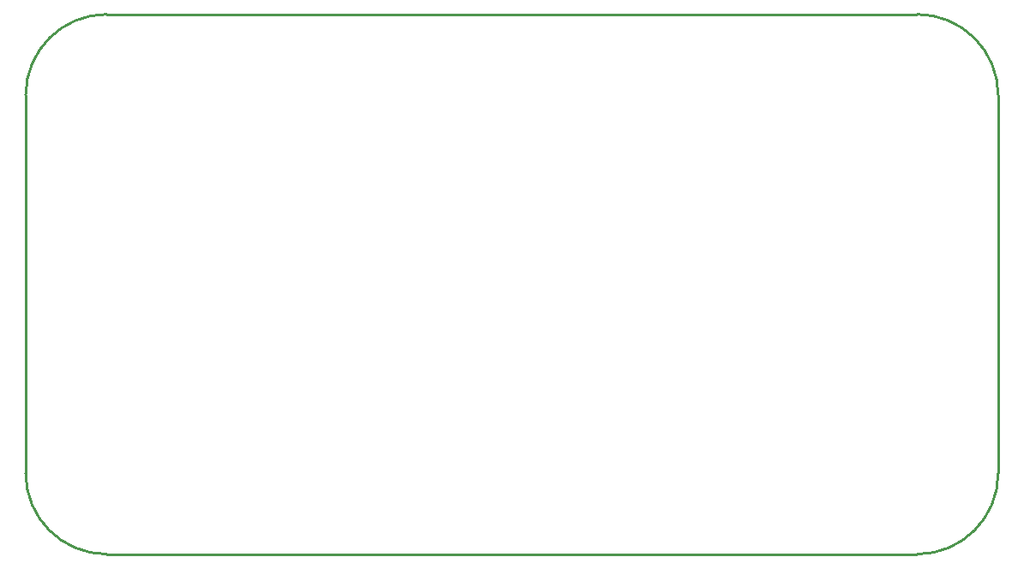
<source format=gko>
G04 Layer: BoardOutline*
G04 EasyEDA v6.4.7, 2020-12-21T22:23:32--5:00*
G04 5785efef075e4ba8b8defaa2645dbc96,facf1f7924c443e9b0c18128cc6508d2,10*
G04 Gerber Generator version 0.2*
G04 Scale: 100 percent, Rotated: No, Reflected: No *
G04 Dimensions in millimeters *
G04 leading zeros omitted , absolute positions ,3 integer and 3 decimal *
%FSLAX33Y33*%
%MOMM*%
G90*
D02*

%ADD10C,0.254000*%
G54D10*
G01X0Y8001D02*
G01X0Y45339D01*
G01X88011Y0D02*
G01X8001Y0D01*
G01X8001Y53340D02*
G01X88011Y53340D01*
G01X96012Y45339D02*
G01X96012Y8001D01*
G75*
G01X88011Y53340D02*
G02X96012Y45339I0J-8001D01*
G01*
G75*
G01X96012Y8001D02*
G02X88011Y0I-8001J0D01*
G01*
G75*
G01X8001Y0D02*
G02X0Y8001I0J8001D01*
G01*
G75*
G01X0Y45339D02*
G02X8001Y53340I8001J0D01*
G01*

%LPD*%
M00*
M02*

</source>
